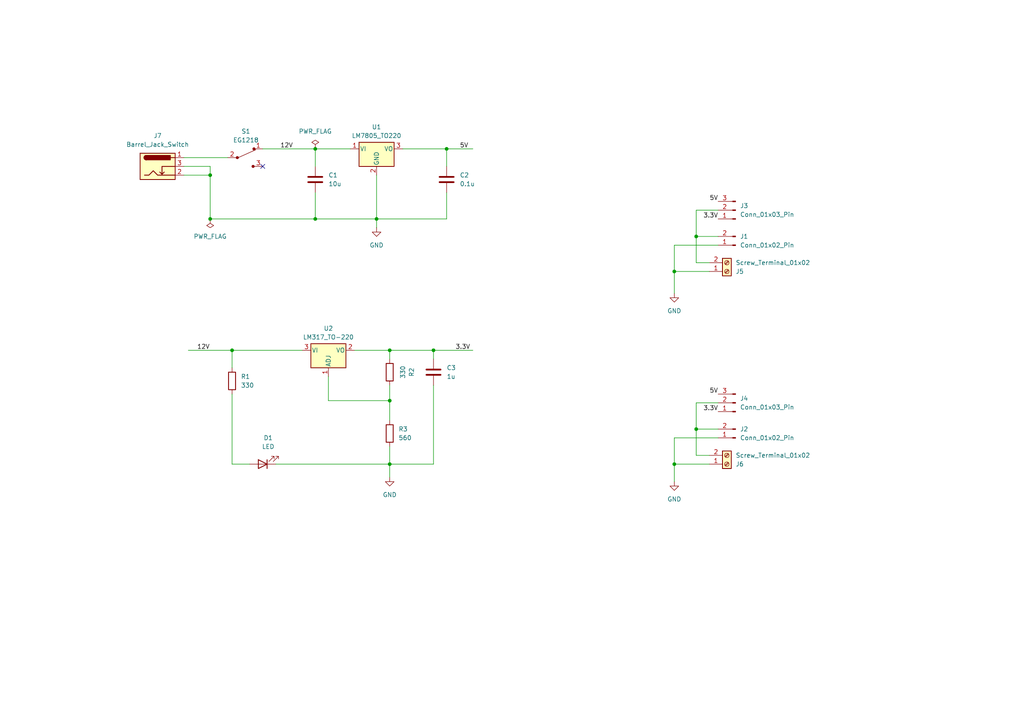
<source format=kicad_sch>
(kicad_sch (version 20250114) (generator "eeschema") (generator_version "9.0")
  (paper "A4")
  (title_block (title "Learning KiCad with Breadboard Power Supply") (date "2025-06-23") (rev "1"))
  (lib_symbols
    (symbol "Connector:Barrel_Jack_Switch" (pin_names (hide yes))
      (property "Reference" "J" (at 0 5.334 0))
      (property "Value" "Barrel_Jack_Switch" (at 0 -5.08 0))
      (symbol "Barrel_Jack_Switch_0_1"
        (rectangle (start -5.08 3.81) (end 5.08 -3.81) (stroke (width 0.254)) (fill (type background)))
        (polyline (pts (xy -3.81 -2.54) (xy -2.54 -2.54) (xy -1.27 -1.27) (xy 0 -2.54) (xy 2.54 -2.54) (xy 5.08 -2.54)) (stroke (width 0.254)))
        (arc (start -3.302 1.905) (mid -3.9343 2.54) (end -3.302 3.175) (stroke (width 0.254)))
        (arc (start -3.302 1.905) (mid -3.9343 2.54) (end -3.302 3.175) (stroke (width 0.254)) (fill (type outline)))
        (polyline (pts (xy 1.27 -2.286) (xy 1.905 -1.651)) (stroke (width 0.254)))
        (rectangle (start 3.683 3.175) (end -3.302 1.905) (stroke (width 0.254)) (fill (type outline)))
        (polyline (pts (xy 5.08 2.54) (xy 3.81 2.54)) (stroke (width 0.254)))
        (polyline (pts (xy 5.08 0) (xy 1.27 0) (xy 1.27 -2.286) (xy 0.635 -1.651)) (stroke (width 0.254)))
      )
      (symbol "Barrel_Jack_Switch_1_1"
        (pin passive line (at 7.62 2.54 180) (length 2.54) (name "~") (number "1"))
        (pin passive line (at 7.62 0 180) (length 2.54) (name "~") (number "3"))
        (pin passive line (at 7.62 -2.54 180) (length 2.54) (name "~") (number "2"))
      )
    )
    (symbol "Connector:Conn_01x02_Pin" (pin_names (offset 1.016) (hide yes))
      (property "Reference" "J" (at 0 2.54 0))
      (property "Value" "Conn_01x02_Pin" (at 0 -5.08 0))
      (symbol "Conn_01x02_Pin_1_1"
        (rectangle (start 0.8636 0.127) (end 0 -0.127) (stroke (width 0.1524)) (fill (type outline)))
        (rectangle (start 0.8636 -2.413) (end 0 -2.667) (stroke (width 0.1524)) (fill (type outline)))
        (polyline (pts (xy 1.27 0) (xy 0.8636 0)) (stroke (width 0.1524)))
        (polyline (pts (xy 1.27 -2.54) (xy 0.8636 -2.54)) (stroke (width 0.1524)))
        (pin passive line (at 5.08 0 180) (length 3.81) (name "Pin_1") (number "1"))
        (pin passive line (at 5.08 -2.54 180) (length 3.81) (name "Pin_2") (number "2"))
      )
    )
    (symbol "Connector:Conn_01x03_Pin" (pin_names (offset 1.016) (hide yes))
      (property "Reference" "J" (at 0 5.08 0))
      (property "Value" "Conn_01x03_Pin" (at 0 -5.08 0))
      (symbol "Conn_01x03_Pin_1_1"
        (rectangle (start 0.8636 2.667) (end 0 2.413) (stroke (width 0.1524)) (fill (type outline)))
        (rectangle (start 0.8636 0.127) (end 0 -0.127) (stroke (width 0.1524)) (fill (type outline)))
        (rectangle (start 0.8636 -2.413) (end 0 -2.667) (stroke (width 0.1524)) (fill (type outline)))
        (polyline (pts (xy 1.27 2.54) (xy 0.8636 2.54)) (stroke (width 0.1524)))
        (polyline (pts (xy 1.27 0) (xy 0.8636 0)) (stroke (width 0.1524)))
        (polyline (pts (xy 1.27 -2.54) (xy 0.8636 -2.54)) (stroke (width 0.1524)))
        (pin passive line (at 5.08 2.54 180) (length 3.81) (name "Pin_1") (number "1"))
        (pin passive line (at 5.08 0 180) (length 3.81) (name "Pin_2") (number "2"))
        (pin passive line (at 5.08 -2.54 180) (length 3.81) (name "Pin_3") (number "3"))
      )
    )
    (symbol "Connector:Screw_Terminal_01x02" (pin_names (offset 1.016) (hide yes))
      (property "Reference" "J" (at 0 2.54 0))
      (property "Value" "Screw_Terminal_01x02" (at 0 -5.08 0))
      (symbol "Screw_Terminal_01x02_1_1"
        (rectangle (start -1.27 1.27) (end 1.27 -3.81) (stroke (width 0.254)) (fill (type background)))
        (polyline (pts (xy -0.5334 0.3302) (xy 0.3302 -0.508)) (stroke (width 0.1524)))
        (polyline (pts (xy -0.5334 -2.2098) (xy 0.3302 -3.048)) (stroke (width 0.1524)))
        (polyline (pts (xy -0.3556 0.508) (xy 0.508 -0.3302)) (stroke (width 0.1524)))
        (polyline (pts (xy -0.3556 -2.032) (xy 0.508 -2.8702)) (stroke (width 0.1524)))
        (circle (center 0 0) (radius 0.635) (stroke (width 0.1524)))
        (circle (center 0 -2.54) (radius 0.635) (stroke (width 0.1524)))
        (pin passive line (at -5.08 0 0) (length 3.81) (name "Pin_1") (number "1"))
        (pin passive line (at -5.08 -2.54 0) (length 3.81) (name "Pin_2") (number "2"))
      )
    )
    (symbol "Device:C" (pin_numbers (hide yes)) (pin_names (offset 0.254))
      (property "Reference" "C" (at 0.635 2.54 0))
      (property "Value" "C" (at 0.635 -2.54 0))
      (symbol "C_0_1"
        (polyline (pts (xy -2.032 0.762) (xy 2.032 0.762)) (stroke (width 0.508)))
        (polyline (pts (xy -2.032 -0.762) (xy 2.032 -0.762)) (stroke (width 0.508)))
      )
      (symbol "C_1_1"
        (pin passive line (at 0 3.81 270) (length 2.794) (name "~") (number "1"))
        (pin passive line (at 0 -3.81 90) (length 2.794) (name "~") (number "2"))
      )
    )
    (symbol "Device:LED" (pin_numbers (hide yes)) (pin_names (offset 1.016) (hide yes))
      (property "Reference" "D" (at 0 2.54 0))
      (property "Value" "LED" (at 0 -2.54 0))
      (symbol "LED_0_1"
        (polyline (pts (xy -3.048 -0.762) (xy -4.572 -2.286) (xy -3.81 -2.286) (xy -4.572 -2.286) (xy -4.572 -1.524)))
        (polyline (pts (xy -1.778 -0.762) (xy -3.302 -2.286) (xy -2.54 -2.286) (xy -3.302 -2.286) (xy -3.302 -1.524)))
        (polyline (pts (xy -1.27 0) (xy 1.27 0)))
        (polyline (pts (xy -1.27 -1.27) (xy -1.27 1.27)) (stroke (width 0.254)))
        (polyline (pts (xy 1.27 -1.27) (xy 1.27 1.27) (xy -1.27 0) (xy 1.27 -1.27)) (stroke (width 0.254)))
      )
      (symbol "LED_1_1"
        (pin passive line (at -3.81 0 0) (length 2.54) (name "K") (number "1"))
        (pin passive line (at 3.81 0 180) (length 2.54) (name "A") (number "2"))
      )
    )
    (symbol "Device:R" (pin_numbers (hide yes)) (pin_names (offset 0))
      (property "Reference" "R" (at 2.032 0 90))
      (property "Value" "R" (at 0 0 90))
      (symbol "R_0_1"
        (rectangle (start -1.016 -2.54) (end 1.016 2.54) (stroke (width 0.254)))
      )
      (symbol "R_1_1"
        (pin passive line (at 0 3.81 270) (length 1.27) (name "~") (number "1"))
        (pin passive line (at 0 -3.81 90) (length 1.27) (name "~") (number "2"))
      )
    )
    (symbol "Regulator_Linear:LM317_TO-220" (pin_names (offset 0.254))
      (property "Reference" "U" (at -3.81 3.175 0))
      (property "Value" "LM317_TO-220" (at 0 3.175 0))
      (symbol "LM317_TO-220_0_1"
        (rectangle (start -5.08 1.905) (end 5.08 -5.08) (stroke (width 0.254)) (fill (type background)))
      )
      (symbol "LM317_TO-220_1_1"
        (pin power_in line (at -7.62 0 0) (length 2.54) (name "VI") (number "3"))
        (pin input line (at 0 -7.62 90) (length 2.54) (name "ADJ") (number "1"))
        (pin power_out line (at 7.62 0 180) (length 2.54) (name "VO") (number "2"))
      )
    )
    (symbol "Regulator_Linear:LM7805_TO220" (pin_names (offset 0.254))
      (property "Reference" "U" (at -3.81 3.175 0))
      (property "Value" "LM7805_TO220" (at 0 3.175 0))
      (symbol "LM7805_TO220_0_1"
        (rectangle (start -5.08 1.905) (end 5.08 -5.08) (stroke (width 0.254)) (fill (type background)))
      )
      (symbol "LM7805_TO220_1_1"
        (pin power_in line (at -7.62 0 0) (length 2.54) (name "VI") (number "1"))
        (pin power_in line (at 0 -7.62 90) (length 2.54) (name "GND") (number "2"))
        (pin power_out line (at 7.62 0 180) (length 2.54) (name "VO") (number "3"))
      )
    )
    (symbol "dk_Slide-Switches:EG1218" (pin_names (offset 0))
      (property "Reference" "S" (at -3.81 2.286 0))
      (property "Value" "EG1218" (at 0 -5.334 0))
      (symbol "EG1218_0_1"
        (circle (center -2.286 0) (radius 0.3556) (fill (type outline)))
        (polyline (pts (xy -2.032 0) (xy 3.048 2.286)))
        (circle (center 2.286 -2.54) (radius 0.3556) (fill (type outline)))
        (circle (center 2.54 2.54) (radius 0.3556) (fill (type outline)))
      )
      (symbol "EG1218_1_1"
        (pin passive line (at -5.08 0 0) (length 2.54) (name "~") (number "2"))
        (pin passive line (at 5.08 2.54 180) (length 2.54) (name "~") (number "1"))
        (pin passive line (at 5.08 -2.54 180) (length 2.54) (name "~") (number "3"))
      )
    )
    (symbol "power:GND" (power) (pin_numbers (hide yes)) (pin_names (offset 0) (hide yes))
      (property "Value" "GND" (at 0 -3.81 0))
      (symbol "GND_0_1"
        (polyline (pts (xy 0 0) (xy 0 -1.27) (xy 1.27 -1.27) (xy 0 -2.54) (xy -1.27 -1.27) (xy 0 -1.27)))
      )
      (symbol "GND_1_1"
        (pin power_in line (at 0 0 270) (length 0) (name "~") (number "1"))
      )
    )
    (symbol "power:PWR_FLAG" (power) (pin_numbers (hide yes)) (pin_names (offset 0) (hide yes))
      (property "Value" "PWR_FLAG" (at 0 3.81 0))
      (symbol "PWR_FLAG_0_0"
        (pin power_out line (at 0 0 90) (length 0) (name "~") (number "1"))
      )
      (symbol "PWR_FLAG_0_1"
        (polyline (pts (xy 0 0) (xy 0 1.27) (xy -1.016 1.905) (xy 0 2.54) (xy 1.016 1.905) (xy 0 1.27)))
      )
    )
  )
  (junction (at 67.31 101.6))
  (junction (at 113.03 116.205))
  (junction (at 113.03 101.6))
  (junction (at 60.96 50.8))
  (junction (at 91.44 43.18))
  (junction (at 201.93 124.46))
  (junction (at 195.58 78.74))
  (junction (at 125.73 101.6))
  (junction (at 109.22 63.5))
  (junction (at 195.58 134.62))
  (junction (at 129.54 43.18))
  (junction (at 113.03 134.62))
  (junction (at 91.44 63.5))
  (junction (at 201.93 68.58))
  (junction (at 60.96 63.5))
  (no_connect (at 76.2 48.26))
  (wire (pts (xy 208.28 68.58) (xy 201.93 68.58)))
  (wire (pts (xy 95.25 109.22) (xy 95.25 116.205)))
  (wire (pts (xy 80.01 134.62) (xy 113.03 134.62)))
  (wire (pts (xy 113.03 101.6) (xy 113.03 104.14)))
  (wire (pts (xy 91.44 43.18) (xy 91.44 48.26)))
  (wire (pts (xy 102.87 101.6) (xy 113.03 101.6)))
  (wire (pts (xy 76.2 43.18) (xy 91.44 43.18)))
  (wire (pts (xy 109.22 63.5) (xy 129.54 63.5)))
  (wire (pts (xy 91.44 43.18) (xy 101.6 43.18)))
  (wire (pts (xy 72.39 134.62) (xy 67.31 134.62)))
  (wire (pts (xy 113.03 134.62) (xy 125.73 134.62)))
  (wire (pts (xy 113.03 111.76) (xy 113.03 116.205)))
  (wire (pts (xy 53.34 45.72) (xy 66.04 45.72)))
  (wire (pts (xy 201.93 124.46) (xy 201.93 132.08)))
  (wire (pts (xy 129.54 43.18) (xy 137.16 43.18)))
  (wire (pts (xy 129.54 55.88) (xy 129.54 63.5)))
  (wire (pts (xy 195.58 71.12) (xy 208.28 71.12)))
  (wire (pts (xy 113.03 116.205) (xy 113.03 121.92)))
  (wire (pts (xy 109.22 50.8) (xy 109.22 63.5)))
  (wire (pts (xy 201.93 68.58) (xy 201.93 76.2)))
  (wire (pts (xy 53.34 48.26) (xy 60.96 48.26)))
  (wire (pts (xy 125.73 111.76) (xy 125.73 134.62)))
  (wire (pts (xy 201.93 124.46) (xy 208.28 124.46)))
  (wire (pts (xy 208.28 127) (xy 195.58 127)))
  (wire (pts (xy 201.93 60.96) (xy 201.93 68.58)))
  (wire (pts (xy 54.61 101.6) (xy 67.31 101.6)))
  (wire (pts (xy 208.28 116.84) (xy 201.93 116.84)))
  (wire (pts (xy 195.58 78.74) (xy 195.58 85.09)))
  (wire (pts (xy 109.22 63.5) (xy 109.22 66.04)))
  (wire (pts (xy 53.34 50.8) (xy 60.96 50.8)))
  (wire (pts (xy 116.84 43.18) (xy 129.54 43.18)))
  (wire (pts (xy 205.74 78.74) (xy 195.58 78.74)))
  (wire (pts (xy 60.96 63.5) (xy 91.44 63.5)))
  (wire (pts (xy 95.25 116.205) (xy 113.03 116.205)))
  (wire (pts (xy 201.93 76.2) (xy 205.74 76.2)))
  (wire (pts (xy 91.44 55.88) (xy 91.44 63.5)))
  (wire (pts (xy 208.28 60.96) (xy 201.93 60.96)))
  (wire (pts (xy 195.58 134.62) (xy 195.58 139.7)))
  (wire (pts (xy 125.73 101.6) (xy 125.73 104.14)))
  (wire (pts (xy 67.31 101.6) (xy 67.31 106.68)))
  (wire (pts (xy 113.03 129.54) (xy 113.03 134.62)))
  (wire (pts (xy 205.74 134.62) (xy 195.58 134.62)))
  (wire (pts (xy 91.44 63.5) (xy 109.22 63.5)))
  (wire (pts (xy 67.31 114.3) (xy 67.31 134.62)))
  (wire (pts (xy 201.93 132.08) (xy 205.74 132.08)))
  (wire (pts (xy 129.54 43.18) (xy 129.54 48.26)))
  (wire (pts (xy 113.03 101.6) (xy 125.73 101.6)))
  (wire (pts (xy 195.58 127) (xy 195.58 134.62)))
  (wire (pts (xy 195.58 71.12) (xy 195.58 78.74)))
  (wire (pts (xy 125.73 101.6) (xy 137.16 101.6)))
  (wire (pts (xy 67.31 101.6) (xy 87.63 101.6)))
  (wire (pts (xy 60.96 50.8) (xy 60.96 63.5)))
  (wire (pts (xy 60.96 48.26) (xy 60.96 50.8)))
  (wire (pts (xy 113.03 134.62) (xy 113.03 138.43)))
  (wire (pts (xy 201.93 116.84) (xy 201.93 124.46)))
  (label "12V" (at 81.28 43.18 0))
  (label "3.3V" (at 132.08 101.6 0))
  (label "12V" (at 57.15 101.6 0))
  (label "5V" (at 208.28 58.42 180))
  (label "3.3V" (at 208.28 63.5 180))
  (label "5V" (at 133.35 43.18 0))
  (label "5V" (at 208.28 114.3 180))
  (label "3.3V" (at 208.28 119.38 180))
  (symbol (lib_id "Connector:Screw_Terminal_01x02") (at 210.82 78.74 0) (mirror x) (unit 1)
    (property "Reference" "J5" (at 213.36 78.7401 0) (effects (justify left)))
    (property "Value" "Screw_Terminal_01x02" (at 213.36 76.2001 0) (effects (justify left)))
    (property "Footprint" "TerminalBlock:TerminalBlock_bornier-2_P5.08mm" (effects (hide yes)))
    (property "Description" "Generic screw terminal, single row, 01x02, script generated (kicad-library-utils/schlib/autogen/connector/)" (effects (hide yes)))
  )
  (symbol (lib_id "power:GND") (at 195.58 85.09 0) (unit 1)
    (property "Reference" "#PWR04" (effects (hide yes)))
    (property "Value" "GND" (at 195.58 90.17 0))
    (property "Description" "Power symbol creates a global label with name \"GND\" , ground" (effects (hide yes)))
  )
  (symbol (lib_id "Regulator_Linear:LM317_TO-220") (at 95.25 101.6 0) (unit 1)
    (property "Reference" "U2" (at 95.25 95.25 0))
    (property "Value" "LM317_TO-220" (at 95.25 97.79 0))
    (property "Footprint" "Package_TO_SOT_THT:TO-220-3_Vertical" (effects (hide yes)))
    (property "Datasheet" "http://www.ti.com/lit/ds/symlink/lm317.pdf" (effects (hide yes)))
    (property "Description" "1.5A 35V Adjustable Linear Regulator, TO-220" (effects (hide yes)))
  )
  (symbol (lib_id "Device:R") (at 113.03 107.95 0) (unit 1)
    (property "Reference" "R2" (at 119.38 107.95 90))
    (property "Value" "330" (at 116.84 107.95 90))
    (property "Footprint" "Resistor_THT:R_Axial_DIN0204_L3.6mm_D1.6mm_P7.62mm_Horizontal" (effects (hide yes)))
    (property "Description" "Resistor" (effects (hide yes)))
  )
  (symbol (lib_id "Connector:Conn_01x02_Pin") (at 213.36 127 180) (unit 1)
    (property "Reference" "J2" (at 214.63 124.4599 0) (effects (justify right)))
    (property "Value" "Conn_01x02_Pin" (at 214.63 126.9999 0) (effects (justify right)))
    (property "Footprint" "Connector_PinHeader_2.54mm:PinHeader_1x02_P2.54mm_Vertical" (effects (hide yes)))
    (property "Description" "Generic connector, single row, 01x02, script generated" (effects (hide yes)))
  )
  (symbol (lib_id "Regulator_Linear:LM7805_TO220") (at 109.22 43.18 0) (unit 1)
    (property "Reference" "U1" (at 109.22 36.83 0))
    (property "Value" "LM7805_TO220" (at 109.22 39.37 0))
    (property "Footprint" "Package_TO_SOT_THT:TO-220-3_Vertical" (effects (hide yes)))
    (property "Datasheet" "https://www.onsemi.cn/PowerSolutions/document/MC7800-D.PDF" (effects (hide yes)))
    (property "Description" "Positive 1A 35V Linear Regulator, Fixed Output 5V, TO-220" (effects (hide yes)))
  )
  (symbol (lib_id "Device:R") (at 67.31 110.49 180) (unit 1)
    (property "Reference" "R1" (at 69.85 109.2199 0) (effects (justify right)))
    (property "Value" "330" (at 69.85 111.7599 0) (effects (justify right)))
    (property "Footprint" "Resistor_THT:R_Axial_DIN0204_L3.6mm_D1.6mm_P7.62mm_Horizontal" (effects (hide yes)))
    (property "Description" "Resistor" (effects (hide yes)))
  )
  (symbol (lib_id "Connector:Conn_01x02_Pin") (at 213.36 71.12 180) (unit 1)
    (property "Reference" "J1" (at 214.63 68.5799 0) (effects (justify right)))
    (property "Value" "Conn_01x02_Pin" (at 214.63 71.1199 0) (effects (justify right)))
    (property "Footprint" "Connector_PinHeader_2.54mm:PinHeader_1x02_P2.54mm_Vertical" (effects (hide yes)))
    (property "Description" "Generic connector, single row, 01x02, script generated" (effects (hide yes)))
  )
  (symbol (lib_id "dk_Slide-Switches:EG1218") (at 71.12 45.72 0) (unit 1)
    (property "Reference" "S1" (at 71.3232 38.1 0))
    (property "Value" "EG1218" (at 71.3232 40.64 0))
    (property "Footprint" "digikey-footprints:Switch_Slide_11.6x4mm_EG1218" (effects (hide yes)))
    (property "Datasheet" "http://spec_sheets.e-switch.com/specs/P040040.pdf" (effects (hide yes)))
    (property "Description" "SWITCH SLIDE SPDT 200MA 30V" (effects (hide yes)))
    (property "Digi-Key_PN" "EG1903-ND" (effects (hide yes)))
    (property "MPN" "EG1218" (effects (hide yes)))
    (property "Category" "Switches" (effects (hide yes)))
    (property "Family" "Slide Switches" (effects (hide yes)))
    (property "DK_Datasheet_Link" "http://spec_sheets.e-switch.com/specs/P040040.pdf" (effects (hide yes)))
    (property "DK_Detail_Page" "/product-detail/en/e-switch/EG1218/EG1903-ND/101726" (effects (hide yes)))
    (property "Description_1" "SWITCH SLIDE SPDT 200MA 30V" (effects (hide yes)))
    (property "Manufacturer" "E-Switch" (effects (hide yes)))
    (property "Status" "Active" (effects (hide yes)))
  )
  (symbol (lib_id "Device:C") (at 129.54 52.07 0) (unit 1)
    (property "Reference" "C2" (at 133.35 50.7999 0) (effects (justify left)))
    (property "Value" "0.1u" (at 133.35 53.3399 0) (effects (justify left)))
    (property "Footprint" "Capacitor_THT:C_Disc_D3.0mm_W1.6mm_P2.50mm" (effects (hide yes)))
    (property "Description" "Unpolarized capacitor" (effects (hide yes)))
  )
  (symbol (lib_id "Connector:Conn_01x03_Pin") (at 213.36 60.96 180) (unit 1)
    (property "Reference" "J3" (at 214.63 59.6899 0) (effects (justify right)))
    (property "Value" "Conn_01x03_Pin" (at 214.63 62.2299 0) (effects (justify right)))
    (property "Footprint" "Connector_PinHeader_2.54mm:PinHeader_1x03_P2.54mm_Vertical" (effects (hide yes)))
    (property "Description" "Generic connector, single row, 01x03, script generated" (effects (hide yes)))
  )
  (symbol (lib_id "power:PWR_FLAG") (at 60.96 63.5 180) (unit 1)
    (property "Reference" "#FLG01" (effects (hide yes)))
    (property "Value" "PWR_FLAG" (at 60.96 68.58 0))
    (property "Description" "Special symbol for telling ERC where power comes from" (effects (hide yes)))
  )
  (symbol (lib_id "Connector:Barrel_Jack_Switch") (at 45.72 48.26 0) (unit 1)
    (property "Reference" "J7" (at 45.72 39.37 0))
    (property "Value" "Barrel_Jack_Switch" (at 45.72 41.91 0))
    (property "Footprint" "Connector_BarrelJack:BarrelJack_Horizontal" (effects (hide yes)))
    (property "Description" "DC Barrel Jack with an internal switch" (effects (hide yes)))
  )
  (symbol (lib_id "Device:C") (at 91.44 52.07 0) (unit 1)
    (property "Reference" "C1" (at 95.25 50.7999 0) (effects (justify left)))
    (property "Value" "10u" (at 95.25 53.3399 0) (effects (justify left)))
    (property "Footprint" "Capacitor_THT:C_Disc_D3.0mm_W1.6mm_P2.50mm" (effects (hide yes)))
    (property "Description" "Unpolarized capacitor" (effects (hide yes)))
  )
  (symbol (lib_id "Connector:Conn_01x03_Pin") (at 213.36 116.84 180) (unit 1)
    (property "Reference" "J4" (at 214.63 115.5699 0) (effects (justify right)))
    (property "Value" "Conn_01x03_Pin" (at 214.63 118.1099 0) (effects (justify right)))
    (property "Footprint" "Connector_PinHeader_2.54mm:PinHeader_1x03_P2.54mm_Vertical" (effects (hide yes)))
    (property "Description" "Generic connector, single row, 01x03, script generated" (effects (hide yes)))
  )
  (symbol (lib_id "Device:R") (at 113.03 125.73 180) (unit 1)
    (property "Reference" "R3" (at 115.57 124.4599 0) (effects (justify right)))
    (property "Value" "560" (at 115.57 126.9999 0) (effects (justify right)))
    (property "Footprint" "Resistor_THT:R_Axial_DIN0204_L3.6mm_D1.6mm_P7.62mm_Horizontal" (effects (hide yes)))
    (property "Description" "Resistor" (effects (hide yes)))
  )
  (symbol (lib_id "power:GND") (at 113.03 138.43 0) (unit 1)
    (property "Reference" "#PWR02" (effects (hide yes)))
    (property "Value" "GND" (at 113.03 143.51 0))
    (property "Description" "Power symbol creates a global label with name \"GND\" , ground" (effects (hide yes)))
  )
  (symbol (lib_id "Device:C") (at 125.73 107.95 0) (unit 1)
    (property "Reference" "C3" (at 129.54 106.6799 0) (effects (justify left)))
    (property "Value" "1u" (at 129.54 109.2199 0) (effects (justify left)))
    (property "Footprint" "Capacitor_THT:C_Disc_D3.0mm_W1.6mm_P2.50mm" (effects (hide yes)))
    (property "Description" "Unpolarized capacitor" (effects (hide yes)))
  )
  (symbol (lib_id "Connector:Screw_Terminal_01x02") (at 210.82 134.62 0) (mirror x) (unit 1)
    (property "Reference" "J6" (at 213.36 134.6201 0) (effects (justify left)))
    (property "Value" "Screw_Terminal_01x02" (at 213.36 132.0801 0) (effects (justify left)))
    (property "Footprint" "TerminalBlock:TerminalBlock_bornier-2_P5.08mm" (effects (hide yes)))
    (property "Description" "Generic screw terminal, single row, 01x02, script generated (kicad-library-utils/schlib/autogen/connector/)" (effects (hide yes)))
  )
  (symbol (lib_id "Device:LED") (at 76.2 134.62 180) (unit 1)
    (property "Reference" "D1" (at 77.7875 127 0))
    (property "Value" "LED" (at 77.7875 129.54 0))
    (property "Footprint" "LED_THT:LED_D5.0mm" (effects (hide yes)))
    (property "Description" "Light emitting diode" (effects (hide yes)))
    (property "Sim.Pins" "1=K 2=A" (effects (hide yes)))
  )
  (symbol (lib_id "power:GND") (at 195.58 139.7 0) (unit 1)
    (property "Reference" "#PWR03" (effects (hide yes)))
    (property "Value" "GND" (at 195.58 144.78 0))
    (property "Description" "Power symbol creates a global label with name \"GND\" , ground" (effects (hide yes)))
  )
  (symbol (lib_id "power:PWR_FLAG") (at 91.44 43.18 0) (unit 1)
    (property "Reference" "#FLG02" (effects (hide yes)))
    (property "Value" "PWR_FLAG" (at 91.44 38.1 0))
    (property "Description" "Special symbol for telling ERC where power comes from" (effects (hide yes)))
  )
  (symbol (lib_id "power:GND") (at 109.22 66.04 0) (unit 1)
    (property "Reference" "#PWR01" (effects (hide yes)))
    (property "Value" "GND" (at 109.22 71.12 0))
    (property "Description" "Power symbol creates a global label with name \"GND\" , ground" (effects (hide yes)))
  )
)
</source>
